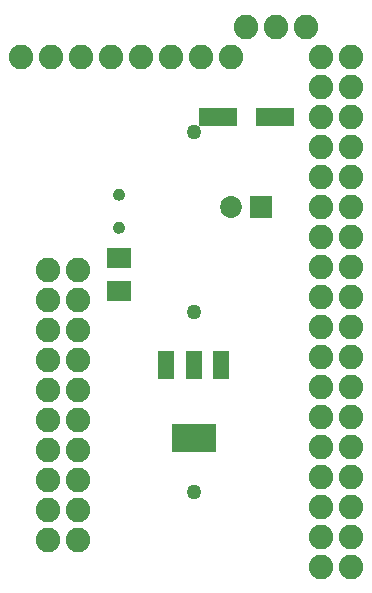
<source format=gbr>
G04 EAGLE Gerber RS-274X export*
G75*
%MOMM*%
%FSLAX34Y34*%
%LPD*%
%INSoldermask Top*%
%IPPOS*%
%AMOC8*
5,1,8,0,0,1.08239X$1,22.5*%
G01*
%ADD10C,2.082800*%
%ADD11R,3.203200X1.603200*%
%ADD12R,2.003200X1.803200*%
%ADD13C,1.854200*%
%ADD14R,1.854200X1.854200*%
%ADD15R,1.422400X2.438400*%
%ADD16R,3.803200X2.403200*%
%ADD17C,1.259600*%

G36*
X108408Y360673D02*
X108408Y360673D01*
X108499Y360672D01*
X109463Y360803D01*
X109511Y360819D01*
X109600Y360838D01*
X110511Y361180D01*
X110554Y361206D01*
X110638Y361245D01*
X111449Y361782D01*
X111485Y361817D01*
X111558Y361873D01*
X112230Y362577D01*
X112258Y362619D01*
X112316Y362690D01*
X112814Y363526D01*
X112815Y363529D01*
X112817Y363531D01*
X112823Y363550D01*
X112832Y363573D01*
X112872Y363655D01*
X113172Y364581D01*
X113179Y364631D01*
X113201Y364720D01*
X113287Y365689D01*
X113283Y365736D01*
X113286Y365811D01*
X113184Y366787D01*
X113170Y366835D01*
X113154Y366925D01*
X112838Y367854D01*
X112814Y367898D01*
X112777Y367983D01*
X112263Y368818D01*
X112229Y368855D01*
X112175Y368930D01*
X111487Y369630D01*
X111446Y369659D01*
X111377Y369719D01*
X110550Y370248D01*
X110504Y370267D01*
X110423Y370311D01*
X109500Y370643D01*
X109450Y370651D01*
X109361Y370676D01*
X108387Y370794D01*
X108337Y370791D01*
X108251Y370795D01*
X107249Y370700D01*
X107200Y370686D01*
X107110Y370670D01*
X106154Y370354D01*
X106109Y370330D01*
X106025Y370295D01*
X105164Y369773D01*
X105126Y369740D01*
X105051Y369687D01*
X104327Y368987D01*
X104298Y368946D01*
X104237Y368877D01*
X103687Y368034D01*
X103667Y367988D01*
X103623Y367907D01*
X103275Y366963D01*
X103266Y366913D01*
X103241Y366825D01*
X103111Y365827D01*
X103113Y365784D01*
X103112Y365658D01*
X103251Y364647D01*
X103267Y364599D01*
X103286Y364509D01*
X103648Y363554D01*
X103674Y363511D01*
X103713Y363427D01*
X104277Y362577D01*
X104312Y362540D01*
X104369Y362468D01*
X105109Y361764D01*
X105151Y361736D01*
X105222Y361678D01*
X106100Y361157D01*
X106147Y361139D01*
X106229Y361098D01*
X107201Y360785D01*
X107251Y360778D01*
X107340Y360757D01*
X108358Y360668D01*
X108408Y360673D01*
G37*
G36*
X108408Y332682D02*
X108408Y332682D01*
X108499Y332681D01*
X109463Y332812D01*
X109511Y332828D01*
X109600Y332847D01*
X110511Y333189D01*
X110554Y333215D01*
X110638Y333254D01*
X111449Y333791D01*
X111485Y333826D01*
X111558Y333882D01*
X112230Y334586D01*
X112258Y334628D01*
X112316Y334699D01*
X112814Y335535D01*
X112815Y335538D01*
X112817Y335540D01*
X112823Y335559D01*
X112832Y335582D01*
X112872Y335664D01*
X113172Y336590D01*
X113179Y336640D01*
X113201Y336729D01*
X113287Y337698D01*
X113283Y337745D01*
X113286Y337820D01*
X113184Y338796D01*
X113170Y338844D01*
X113154Y338934D01*
X112838Y339863D01*
X112814Y339907D01*
X112777Y339992D01*
X112263Y340827D01*
X112229Y340864D01*
X112175Y340939D01*
X111487Y341639D01*
X111446Y341668D01*
X111377Y341728D01*
X110550Y342257D01*
X110504Y342276D01*
X110423Y342320D01*
X109500Y342652D01*
X109450Y342660D01*
X109361Y342685D01*
X108387Y342803D01*
X108337Y342800D01*
X108251Y342804D01*
X107249Y342709D01*
X107200Y342695D01*
X107110Y342679D01*
X106154Y342363D01*
X106109Y342339D01*
X106025Y342304D01*
X105164Y341782D01*
X105126Y341749D01*
X105051Y341696D01*
X104327Y340996D01*
X104298Y340955D01*
X104237Y340886D01*
X103687Y340043D01*
X103667Y339997D01*
X103623Y339916D01*
X103275Y338972D01*
X103266Y338922D01*
X103241Y338834D01*
X103111Y337836D01*
X103113Y337793D01*
X103112Y337667D01*
X103251Y336656D01*
X103267Y336608D01*
X103286Y336518D01*
X103648Y335563D01*
X103674Y335520D01*
X103713Y335436D01*
X104277Y334586D01*
X104312Y334549D01*
X104369Y334477D01*
X105109Y333773D01*
X105151Y333745D01*
X105222Y333687D01*
X106100Y333166D01*
X106147Y333148D01*
X106229Y333107D01*
X107201Y332794D01*
X107251Y332787D01*
X107340Y332766D01*
X108358Y332677D01*
X108408Y332682D01*
G37*
D10*
X304800Y50800D03*
X304800Y76200D03*
X304800Y101600D03*
X304800Y127000D03*
X304800Y152400D03*
X304800Y177800D03*
X304800Y203200D03*
X304800Y228600D03*
X304800Y254000D03*
X304800Y279400D03*
X304800Y304800D03*
X304800Y330200D03*
X304800Y355600D03*
X304800Y381000D03*
X304800Y406400D03*
X304800Y431800D03*
X304800Y457200D03*
X304800Y482600D03*
X279400Y50800D03*
X279400Y76200D03*
X279400Y101600D03*
X279400Y127000D03*
X279400Y152400D03*
X279400Y177800D03*
X279400Y203200D03*
X279400Y228600D03*
X279400Y254000D03*
X279400Y279400D03*
X279400Y304800D03*
X279400Y330200D03*
X279400Y355600D03*
X279400Y381000D03*
X279400Y406400D03*
X279400Y431800D03*
X279400Y457200D03*
X279400Y482600D03*
X203200Y482600D03*
X177800Y482600D03*
X152400Y482600D03*
X127000Y482600D03*
X101600Y482600D03*
X76200Y482600D03*
X50800Y482600D03*
X25400Y482600D03*
X73660Y73660D03*
X48260Y73660D03*
X73660Y99060D03*
X48260Y99060D03*
X73660Y124460D03*
X48260Y124460D03*
X73660Y149860D03*
X48260Y149860D03*
X73660Y175260D03*
X48260Y175260D03*
X73660Y200660D03*
X48260Y200660D03*
X73660Y226060D03*
X48260Y226060D03*
X73660Y251460D03*
X48260Y251460D03*
X73660Y276860D03*
X48260Y276860D03*
X73660Y302260D03*
X48260Y302260D03*
X266700Y508000D03*
X241300Y508000D03*
D11*
X239900Y431800D03*
X191900Y431800D03*
D12*
X108260Y312460D03*
X108260Y284460D03*
D13*
X203400Y355600D03*
D14*
X228400Y355600D03*
D15*
X194564Y221488D03*
X171450Y221488D03*
X148336Y221488D03*
D16*
X171450Y159510D03*
D10*
X215900Y508000D03*
D17*
X171450Y266700D03*
X171450Y114300D03*
X171450Y419100D03*
M02*

</source>
